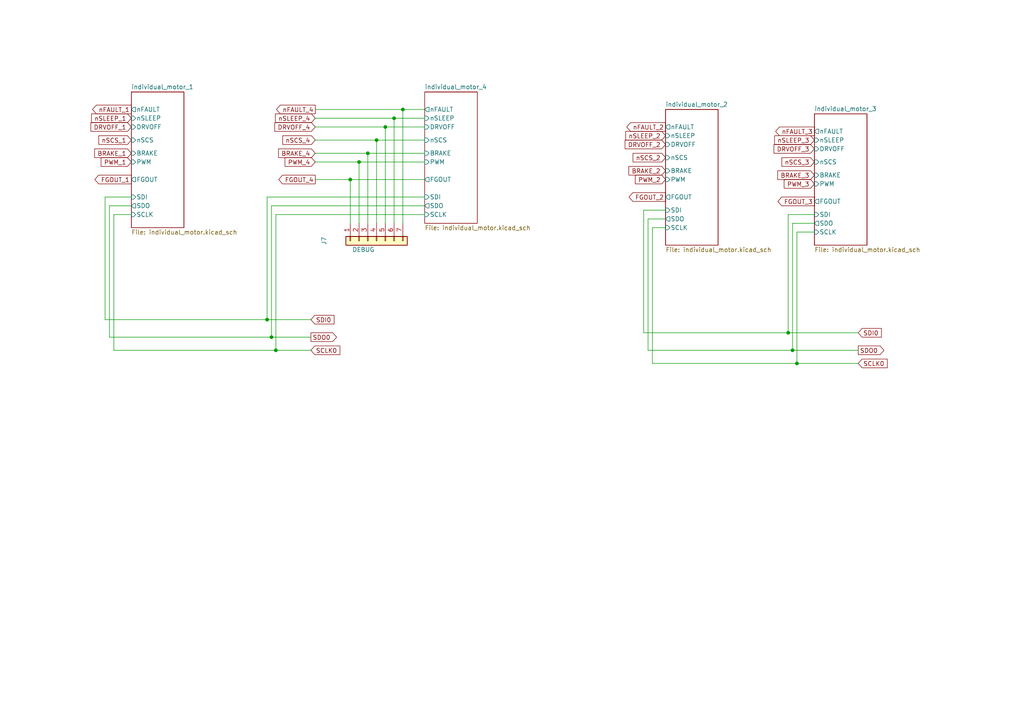
<source format=kicad_sch>
(kicad_sch (version 20231120) (generator "eeschema") (generator_version "8.0")
  (paper "A4")
  (lib_symbols
    (symbol "Connector_Generic:Conn_01x07" (pin_names (offset 1.016) hide)
      (property "Reference" "J" (at 0 10.16 0))
      (property "Value" "Conn_01x07" (at 0 -10.16 0))
      (symbol "Conn_01x07_1_1"
        (rectangle (start -1.27 -7.493) (end 0 -7.747) (stroke (width 0.1524)))
        (rectangle (start -1.27 -4.953) (end 0 -5.207) (stroke (width 0.1524)))
        (rectangle (start -1.27 -2.413) (end 0 -2.667) (stroke (width 0.1524)))
        (rectangle (start -1.27 0.127) (end 0 -0.127) (stroke (width 0.1524)))
        (rectangle (start -1.27 2.667) (end 0 2.413) (stroke (width 0.1524)))
        (rectangle (start -1.27 5.207) (end 0 4.953) (stroke (width 0.1524)))
        (rectangle (start -1.27 7.747) (end 0 7.493) (stroke (width 0.1524)))
        (rectangle (start -1.27 8.89) (end 1.27 -8.89) (stroke (width 0.254)) (fill (type background)))
        (pin passive line (at -5.08 7.62 0) (length 3.81) (name "Pin_1") (number "1"))
        (pin passive line (at -5.08 5.08 0) (length 3.81) (name "Pin_2") (number "2"))
        (pin passive line (at -5.08 2.54 0) (length 3.81) (name "Pin_3") (number "3"))
        (pin passive line (at -5.08 0 0) (length 3.81) (name "Pin_4") (number "4"))
        (pin passive line (at -5.08 -2.54 0) (length 3.81) (name "Pin_5") (number "5"))
        (pin passive line (at -5.08 -5.08 0) (length 3.81) (name "Pin_6") (number "6"))
        (pin passive line (at -5.08 -7.62 0) (length 3.81) (name "Pin_7") (number "7"))
      )
    )
  )
  (junction (at 109.22 40.64))
  (junction (at 228.6 96.52))
  (junction (at 101.6 52.07))
  (junction (at 116.84 31.75))
  (junction (at 111.76 36.83))
  (junction (at 231.14 105.41))
  (junction (at 77.47 92.71))
  (junction (at 80.01 101.6))
  (junction (at 114.3 34.29))
  (junction (at 104.14 46.99))
  (junction (at 229.87 101.6))
  (junction (at 78.74 97.79))
  (junction (at 106.68 44.45))
  (wire (pts (xy 228.6 62.23) (xy 236.22 62.23)))
  (wire (pts (xy 78.74 59.69) (xy 78.74 97.79)))
  (wire (pts (xy 91.44 36.83) (xy 111.76 36.83)))
  (wire (pts (xy 104.14 46.99) (xy 104.14 64.77)))
  (wire (pts (xy 80.01 101.6) (xy 90.17 101.6)))
  (wire (pts (xy 104.14 46.99) (xy 123.19 46.99)))
  (wire (pts (xy 78.74 59.69) (xy 123.19 59.69)))
  (wire (pts (xy 77.47 92.71) (xy 30.48 92.71)))
  (wire (pts (xy 33.02 62.23) (xy 33.02 101.6)))
  (wire (pts (xy 116.84 31.75) (xy 116.84 64.77)))
  (wire (pts (xy 189.23 66.04) (xy 193.04 66.04)))
  (wire (pts (xy 236.22 64.77) (xy 229.87 64.77)))
  (wire (pts (xy 114.3 34.29) (xy 114.3 64.77)))
  (wire (pts (xy 91.44 44.45) (xy 106.68 44.45)))
  (wire (pts (xy 106.68 44.45) (xy 106.68 64.77)))
  (wire (pts (xy 187.96 101.6) (xy 229.87 101.6)))
  (wire (pts (xy 231.14 105.41) (xy 231.14 67.31)))
  (wire (pts (xy 189.23 105.41) (xy 189.23 66.04)))
  (wire (pts (xy 80.01 62.23) (xy 123.19 62.23)))
  (wire (pts (xy 31.75 59.69) (xy 38.1 59.69)))
  (wire (pts (xy 77.47 57.15) (xy 123.19 57.15)))
  (wire (pts (xy 30.48 57.15) (xy 38.1 57.15)))
  (wire (pts (xy 101.6 52.07) (xy 101.6 64.77)))
  (wire (pts (xy 186.69 60.96) (xy 193.04 60.96)))
  (wire (pts (xy 90.17 97.79) (xy 78.74 97.79)))
  (wire (pts (xy 114.3 34.29) (xy 123.19 34.29)))
  (wire (pts (xy 78.74 97.79) (xy 31.75 97.79)))
  (wire (pts (xy 111.76 64.77) (xy 111.76 36.83)))
  (wire (pts (xy 90.17 92.71) (xy 77.47 92.71)))
  (wire (pts (xy 106.68 44.45) (xy 123.19 44.45)))
  (wire (pts (xy 229.87 64.77) (xy 229.87 101.6)))
  (wire (pts (xy 116.84 31.75) (xy 123.19 31.75)))
  (wire (pts (xy 33.02 62.23) (xy 38.1 62.23)))
  (wire (pts (xy 77.47 57.15) (xy 77.47 92.71)))
  (wire (pts (xy 101.6 52.07) (xy 123.19 52.07)))
  (wire (pts (xy 30.48 57.15) (xy 30.48 92.71)))
  (wire (pts (xy 186.69 96.52) (xy 228.6 96.52)))
  (wire (pts (xy 33.02 101.6) (xy 80.01 101.6)))
  (wire (pts (xy 31.75 59.69) (xy 31.75 97.79)))
  (wire (pts (xy 91.44 31.75) (xy 116.84 31.75)))
  (wire (pts (xy 228.6 96.52) (xy 228.6 62.23)))
  (wire (pts (xy 91.44 34.29) (xy 114.3 34.29)))
  (wire (pts (xy 91.44 46.99) (xy 104.14 46.99)))
  (wire (pts (xy 186.69 96.52) (xy 186.69 60.96)))
  (wire (pts (xy 111.76 36.83) (xy 123.19 36.83)))
  (wire (pts (xy 109.22 40.64) (xy 123.19 40.64)))
  (wire (pts (xy 91.44 40.64) (xy 109.22 40.64)))
  (wire (pts (xy 109.22 40.64) (xy 109.22 64.77)))
  (wire (pts (xy 80.01 62.23) (xy 80.01 101.6)))
  (wire (pts (xy 231.14 105.41) (xy 248.92 105.41)))
  (wire (pts (xy 187.96 101.6) (xy 187.96 63.5)))
  (wire (pts (xy 231.14 105.41) (xy 189.23 105.41)))
  (wire (pts (xy 187.96 63.5) (xy 193.04 63.5)))
  (wire (pts (xy 231.14 67.31) (xy 236.22 67.31)))
  (wire (pts (xy 229.87 101.6) (xy 248.92 101.6)))
  (wire (pts (xy 91.44 52.07) (xy 101.6 52.07)))
  (wire (pts (xy 228.6 96.52) (xy 248.92 96.52)))
  (global_label "SDO0" (shape output) (at 248.92 101.6 0) (property "Intersheetrefs" "${INTERSHEET_REFS}" (effects (hide yes))))
  (global_label "FGOUT_3" (shape output) (at 236.22 58.42 180) (property "Intersheetrefs" "${INTERSHEET_REFS}" (effects (hide yes))))
  (global_label "nSCS_3" (shape input) (at 236.22 46.99 180) (property "Intersheetrefs" "${INTERSHEET_REFS}" (effects (hide yes))))
  (global_label "nFAULT_2" (shape output) (at 193.04 36.83 180) (property "Intersheetrefs" "${INTERSHEET_REFS}" (effects (hide yes))))
  (global_label "BRAKE_3" (shape input) (at 236.22 50.8 180) (property "Intersheetrefs" "${INTERSHEET_REFS}" (effects (hide yes))))
  (global_label "FGOUT_1" (shape output) (at 38.1 52.07 180) (property "Intersheetrefs" "${INTERSHEET_REFS}" (effects (hide yes))))
  (global_label "DRVOFF_4" (shape input) (at 91.44 36.83 180) (property "Intersheetrefs" "${INTERSHEET_REFS}" (effects (hide yes))))
  (global_label "nFAULT_4" (shape output) (at 91.44 31.75 180) (property "Intersheetrefs" "${INTERSHEET_REFS}" (effects (hide yes))))
  (global_label "nSLEEP_4" (shape input) (at 91.44 34.29 180) (property "Intersheetrefs" "${INTERSHEET_REFS}" (effects (hide yes))))
  (global_label "PWM_3" (shape input) (at 236.22 53.34 180) (property "Intersheetrefs" "${INTERSHEET_REFS}" (effects (hide yes))))
  (global_label "DRVOFF_1" (shape input) (at 38.1 36.83 180) (property "Intersheetrefs" "${INTERSHEET_REFS}" (effects (hide yes))))
  (global_label "SCLK0" (shape input) (at 90.17 101.6 0) (property "Intersheetrefs" "${INTERSHEET_REFS}" (effects (hide yes))))
  (global_label "SDO0" (shape output) (at 90.17 97.79 0) (property "Intersheetrefs" "${INTERSHEET_REFS}" (effects (hide yes))))
  (global_label "BRAKE_1" (shape input) (at 38.1 44.45 180) (property "Intersheetrefs" "${INTERSHEET_REFS}" (effects (hide yes))))
  (global_label "DRVOFF_3" (shape input) (at 236.22 43.18 180) (property "Intersheetrefs" "${INTERSHEET_REFS}" (effects (hide yes))))
  (global_label "FGOUT_2" (shape output) (at 193.04 57.15 180) (property "Intersheetrefs" "${INTERSHEET_REFS}" (effects (hide yes))))
  (global_label "nSLEEP_3" (shape input) (at 236.22 40.64 180) (property "Intersheetrefs" "${INTERSHEET_REFS}" (effects (hide yes))))
  (global_label "nSLEEP_1" (shape input) (at 38.1 34.29 180) (property "Intersheetrefs" "${INTERSHEET_REFS}" (effects (hide yes))))
  (global_label "SDI0" (shape input) (at 90.17 92.71 0) (property "Intersheetrefs" "${INTERSHEET_REFS}" (effects (hide yes))))
  (global_label "FGOUT_4" (shape output) (at 91.44 52.07 180) (property "Intersheetrefs" "${INTERSHEET_REFS}" (effects (hide yes))))
  (global_label "SDI0" (shape input) (at 248.92 96.52 0) (property "Intersheetrefs" "${INTERSHEET_REFS}" (effects (hide yes))))
  (global_label "nSCS_1" (shape input) (at 38.1 40.64 180) (property "Intersheetrefs" "${INTERSHEET_REFS}" (effects (hide yes))))
  (global_label "nFAULT_3" (shape output) (at 236.22 38.1 180) (property "Intersheetrefs" "${INTERSHEET_REFS}" (effects (hide yes))))
  (global_label "nSCS_2" (shape input) (at 193.04 45.72 180) (property "Intersheetrefs" "${INTERSHEET_REFS}" (effects (hide yes))))
  (global_label "nSCS_4" (shape input) (at 91.44 40.64 180) (property "Intersheetrefs" "${INTERSHEET_REFS}" (effects (hide yes))))
  (global_label "PWM_1" (shape input) (at 38.1 46.99 180) (property "Intersheetrefs" "${INTERSHEET_REFS}" (effects (hide yes))))
  (global_label "BRAKE_4" (shape input) (at 91.44 44.45 180) (property "Intersheetrefs" "${INTERSHEET_REFS}" (effects (hide yes))))
  (global_label "nSLEEP_2" (shape input) (at 193.04 39.37 180) (property "Intersheetrefs" "${INTERSHEET_REFS}" (effects (hide yes))))
  (global_label "PWM_4" (shape input) (at 91.44 46.99 180) (property "Intersheetrefs" "${INTERSHEET_REFS}" (effects (hide yes))))
  (global_label "PWM_2" (shape input) (at 193.04 52.07 180) (property "Intersheetrefs" "${INTERSHEET_REFS}" (effects (hide yes))))
  (global_label "BRAKE_2" (shape input) (at 193.04 49.53 180) (property "Intersheetrefs" "${INTERSHEET_REFS}" (effects (hide yes))))
  (global_label "SCLK0" (shape input) (at 248.92 105.41 0) (property "Intersheetrefs" "${INTERSHEET_REFS}" (effects (hide yes))))
  (global_label "nFAULT_1" (shape output) (at 38.1 31.75 180) (property "Intersheetrefs" "${INTERSHEET_REFS}" (effects (hide yes))))
  (global_label "DRVOFF_2" (shape input) (at 193.04 41.91 180) (property "Intersheetrefs" "${INTERSHEET_REFS}" (effects (hide yes))))
  (symbol (lib_id "Connector_Generic:Conn_01x07") (at 109.22 69.85 90) (mirror x) (unit 1)
    (property "Reference" "J7" (at 93.98 69.85 0))
    (property "Value" "DEBUG" (at 105.41 72.39 90))
    (property "Footprint" "Connector_PinHeader_2.54mm:PinHeader_1x07_P2.54mm_Vertical" (effects (hide yes)))
    (property "Description" "Generic connector, single row, 01x07, script generated (kicad-library-utils/schlib/autogen/connector/)" (effects (hide yes)))
  )
  (sheet (at 193.04 31.75) (size 15.24 39.37) (stroke (width 0.1524))
    (property "Sheetname" "individual_motor_2" (at 193.04 31.0384 0) (effects (justify left bottom)))
    (property "Sheetfile" "individual_motor.kicad_sch" (at 193.04 71.7046 0) (effects (justify left top)))
    (pin "DRVOFF" input (at 193.04 41.91 180))
    (pin "nSCS" input (at 193.04 45.72 180))
    (pin "PWM" input (at 193.04 52.07 180))
    (pin "FGOUT" output (at 193.04 57.15 180))
    (pin "BRAKE" input (at 193.04 49.53 180))
    (pin "nSLEEP" input (at 193.04 39.37 180))
    (pin "nFAULT" output (at 193.04 36.83 180))
    (pin "SDI" input (at 193.04 60.96 180))
    (pin "SDO" output (at 193.04 63.5 180))
    (pin "SCLK" input (at 193.04 66.04 180))
  )
  (sheet (at 236.22 33.02) (size 15.24 38.1) (stroke (width 0.1524))
    (property "Sheetname" "individual_motor_3" (at 236.22 32.3084 0) (effects (justify left bottom)))
    (property "Sheetfile" "individual_motor.kicad_sch" (at 236.22 71.7046 0) (effects (justify left top)))
    (pin "DRVOFF" input (at 236.22 43.18 180))
    (pin "nSCS" input (at 236.22 46.99 180))
    (pin "PWM" input (at 236.22 53.34 180))
    (pin "FGOUT" output (at 236.22 58.42 180))
    (pin "BRAKE" input (at 236.22 50.8 180))
    (pin "nSLEEP" input (at 236.22 40.64 180))
    (pin "nFAULT" output (at 236.22 38.1 180))
    (pin "SDI" input (at 236.22 62.23 180))
    (pin "SDO" output (at 236.22 64.77 180))
    (pin "SCLK" input (at 236.22 67.31 180))
  )
  (sheet (at 123.19 26.67) (size 15.24 38.1) (stroke (width 0.1524))
    (property "Sheetname" "individual_motor_4" (at 123.19 25.9584 0) (effects (justify left bottom)))
    (property "Sheetfile" "individual_motor.kicad_sch" (at 123.19 65.3546 0) (effects (justify left top)))
    (pin "DRVOFF" input (at 123.19 36.83 180))
    (pin "nSCS" input (at 123.19 40.64 180))
    (pin "PWM" input (at 123.19 46.99 180))
    (pin "FGOUT" output (at 123.19 52.07 180))
    (pin "BRAKE" input (at 123.19 44.45 180))
    (pin "nSLEEP" input (at 123.19 34.29 180))
    (pin "nFAULT" output (at 123.19 31.75 180))
    (pin "SDI" input (at 123.19 57.15 180))
    (pin "SDO" output (at 123.19 59.69 180))
    (pin "SCLK" input (at 123.19 62.23 180))
  )
  (sheet (at 38.1 26.67) (size 15.24 39.37) (stroke (width 0.1524))
    (property "Sheetname" "individual_motor_1" (at 38.1 25.9584 0) (effects (justify left bottom)))
    (property "Sheetfile" "individual_motor.kicad_sch" (at 38.1 66.6246 0) (effects (justify left top)))
    (pin "DRVOFF" input (at 38.1 36.83 180))
    (pin "nSCS" input (at 38.1 40.64 180))
    (pin "PWM" input (at 38.1 46.99 180))
    (pin "FGOUT" output (at 38.1 52.07 180))
    (pin "BRAKE" input (at 38.1 44.45 180))
    (pin "nFAULT" output (at 38.1 31.75 180))
    (pin "nSLEEP" input (at 38.1 34.29 180))
    (pin "SDI" input (at 38.1 57.15 180))
    (pin "SDO" output (at 38.1 59.69 180))
    (pin "SCLK" input (at 38.1 62.23 180))
  )
)
</source>
